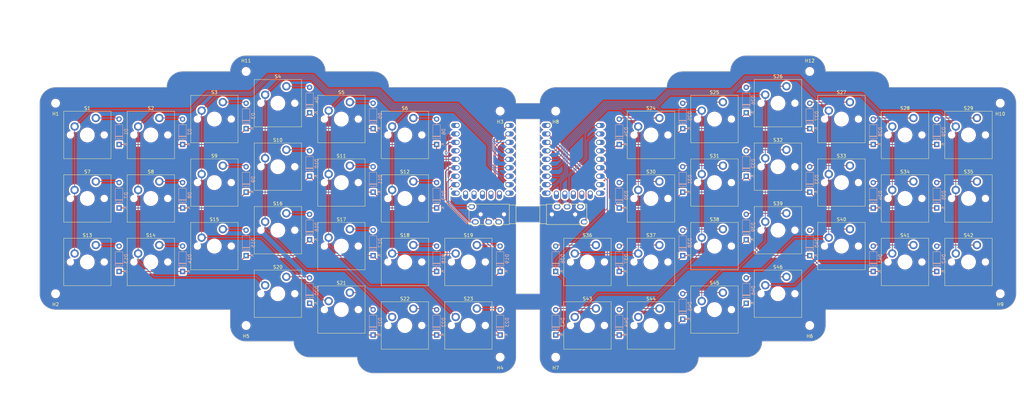
<source format=kicad_pcb>
(kicad_pcb (version 20221018) (generator pcbnew)
  (layers (0 "F.Cu" signal) (31 "B.Cu" signal) (34 "B.Paste" user) (35 "F.Paste" user) (36 "B.SilkS" user "B.Silkscreen") (37 "F.SilkS" user "F.Silkscreen") (38 "B.Mask" user) (39 "F.Mask" user) (44 "Edge.Cuts" user))
  (net 0 "")
  (net 1 "ROW0_Left")
  (net 2 "Net-(D1-A)")
  (net 3 "Net-(D2-A)")
  (net 4 "Net-(D3-A)")
  (net 5 "Net-(D4-A)")
  (net 6 "Net-(D5-A)")
  (net 7 "Net-(D6-A)")
  (net 8 "ROW1_Left")
  (net 9 "Net-(D7-A)")
  (net 10 "Net-(D8-A)")
  (net 11 "Net-(D9-A)")
  (net 12 "Net-(D10-A)")
  (net 13 "Net-(D11-A)")
  (net 14 "Net-(D12-A)")
  (net 15 "ROW2_Left")
  (net 16 "Net-(D13-A)")
  (net 17 "Net-(D14-A)")
  (net 18 "Net-(D15-A)")
  (net 19 "Net-(D16-A)")
  (net 20 "Net-(D17-A)")
  (net 21 "Net-(D18-A)")
  (net 22 "ROW3_Left")
  (net 23 "Net-(D19-A)")
  (net 24 "Net-(D20-A)")
  (net 25 "Net-(D21-A)")
  (net 26 "Net-(D22-A)")
  (net 27 "Net-(D23-A)")
  (net 28 "ROW0_Right")
  (net 29 "Net-(D24-A)")
  (net 30 "Net-(D25-A)")
  (net 31 "Net-(D26-A)")
  (net 32 "Net-(D27-A)")
  (net 33 "Net-(D28-A)")
  (net 34 "Net-(D29-A)")
  (net 35 "ROW1_Right")
  (net 36 "Net-(D30-A)")
  (net 37 "Net-(D31-A)")
  (net 38 "Net-(D32-A)")
  (net 39 "Net-(D33-A)")
  (net 40 "Net-(D34-A)")
  (net 41 "Net-(D35-A)")
  (net 42 "ROW3_Right")
  (net 43 "Net-(D36-A)")
  (net 44 "ROW2_Right")
  (net 45 "Net-(D37-A)")
  (net 46 "Net-(D38-A)")
  (net 47 "Net-(D39-A)")
  (net 48 "Net-(D40-A)")
  (net 49 "Net-(D41-A)")
  (net 50 "Net-(D42-A)")
  (net 51 "Net-(D43-A)")
  (net 52 "Net-(D44-A)")
  (net 53 "Net-(D45-A)")
  (net 54 "Net-(D46-A)")
  (net 55 "COL0_Left")
  (net 56 "COL1_Left")
  (net 57 "COL2_Left")
  (net 58 "COL3_Left")
  (net 59 "COL4_Left")
  (net 60 "COL5_Left")
  (net 61 "COL0_Right")
  (net 62 "COL1_Right")
  (net 63 "COL2_Right")
  (net 64 "COL3_Right")
  (net 65 "COL4_Right")
  (net 66 "COL5_Right")
  (net 67 "TX_Left")
  (net 68 "RX_Left")
  (net 77 "3V3_Left")
  (net 78 "GND_Left")
  (net 80 "TX_Right")
  (net 81 "RX_Right")
  (net 90 "3V3_Right")
  (net 91 "GND_Right")
  (footprint "ScottoKeebs_MX:MX_PCB_1.00u" (layer "F.Cu") (at 38.1 76.2)
    (fp_text reference "S14")
    (fp_text value "Keyswitch")
  )
  (footprint "MountingHole:MountingHole_2.2mm_M2" (layer "F.Cu") (at 292.89375 28.575 180)
    (fp_text reference "H10")
    (fp_text value "Mounting_Hole")
  )
  (footprint "MountingHole:MountingHole_2.2mm_M2" (layer "F.Cu") (at 292.89375 85.725 180)
    (fp_text reference "H9")
    (fp_text value "Mounting_Hole")
  )
  (footprint "ScottoKeebs_MX:MX_PCB_1.00u" (layer "F.Cu") (at 226.21875 47.625)
    (fp_text reference "S32")
    (fp_text value "Keyswitch")
  )
  (footprint "MountingHole:MountingHole_2.2mm_M2" (layer "F.Cu") (at 9.525 28.575 180)
    (fp_text reference "H1")
    (fp_text value "Mounting_Hole")
  )
  (footprint "ScottoKeebs_MX:MX_PCB_1.00u" (layer "F.Cu") (at 188.11875 76.2)
    (fp_text reference "S37")
    (fp_text value "Keyswitch")
  )
  (footprint "ScottoKeebs_MX:MX_PCB_1.00u" (layer "F.Cu") (at 38.1 38.1)
    (fp_text reference "S2")
    (fp_text value "Keyswitch")
  )
  (footprint "ScottoKeebs_MX:MX_PCB_1.00u" (layer "F.Cu") (at 264.31875 76.2)
    (fp_text reference "S41")
    (fp_text value "Keyswitch")
  )
  (footprint "ScottoKeebs_MX:MX_PCB_1.00u" (layer "F.Cu") (at 226.21875 28.575)
    (fp_text reference "S26")
    (fp_text value "Keyswitch")
  )
  (footprint "ScottoKeebs_MX:MX_PCB_1.00u" (layer "F.Cu") (at 207.16875 52.3875)
    (fp_text reference "S31")
    (fp_text value "Keyswitch")
  )
  (footprint "ScottoKeebs_MX:MX_PCB_1.00u" (layer "F.Cu") (at 114.3 38.1)
    (fp_text reference "S6")
    (fp_text value "Keyswitch")
  )
  (footprint "ScottoKeebs_MX:MX_PCB_1.00u" (layer "F.Cu") (at 76.2 47.625)
    (fp_text reference "S10")
    (fp_text value "Keyswitch")
  )
  (footprint "ScottoKeebs_MX:MX_PCB_1.00u" (layer "F.Cu") (at 57.15 71.4375)
    (fp_text reference "S15")
    (fp_text value "Keyswitch")
  )
  (footprint "ScottoKeebs_MX:MX_PCB_1.00u" (layer "F.Cu") (at 188.11875 57.15)
    (fp_text reference "S30")
    (fp_text value "Keyswitch")
  )
  (footprint "ScottoKeebs_MX:MX_PCB_1.00u" (layer "F.Cu") (at 19.05 38.1)
    (fp_text reference "S1")
    (fp_text value "Keyswitch")
  )
  (footprint "ScottoKeebs_MX:MX_PCB_1.00u" (layer "F.Cu") (at 283.36875 57.15)
    (fp_text reference "S35")
    (fp_text value "Keyswitch")
  )
  (footprint "ScottoKeebs_MX:MX_PCB_1.00u" (layer "F.Cu") (at 207.16875 90.4875)
    (fp_text reference "S45")
    (fp_text value "Keyswitch")
  )
  (footprint "MountingHole:MountingHole_2.2mm_M2" (layer "F.Cu") (at 66.675 19.05)
    (fp_text reference "H11")
    (fp_text value "Mounting_Hole")
  )
  (footprint "ScottoKeebs_Components:TRRS_PJ-320A" (layer "F.Cu") (at 145.6375 61.9125 -90)
    (fp_text reference "U3")
    (fp_text value "TRRS")
  )
  (footprint "ScottoKeebs_MX:MX_PCB_1.00u" (layer "F.Cu") (at 226.21875 85.725)
    (fp_text reference "S46")
    (fp_text value "Keyswitch")
  )
  (footprint "MountingHole:MountingHole_2.2mm_M2" (layer "F.Cu") (at 9.525 85.725 180)
    (fp_text reference "H2")
    (fp_text value "Mounting_Hole")
  )
  (footprint "ScottoKeebs_Components:TRRS_PJ-320A" (layer "F.Cu") (at 156.78125 61.9125 90)
    (fp_text reference "U4")
    (fp_text value "TRRS")
  )
  (footprint "ScottoKeebs_MX:MX_PCB_1.00u" (layer "F.Cu") (at 76.2 85.725)
    (fp_text reference "S20")
    (fp_text value "Keyswitch")
  )
  (footprint "ScottoKeebs_MX:MX_PCB_1.00u" (layer "F.Cu") (at 207.16875 33.3375)
    (fp_text reference "S25")
    (fp_text value "Keyswitch")
  )
  (footprint "ScottoKeebs_MX:MX_PCB_1.00u" (layer "F.Cu") (at 264.31875 57.15)
    (fp_text reference "S34")
    (fp_text value "Keyswitch")
  )
  (footprint "ScottoKeebs_MX:MX_PCB_1.00u" (layer "F.Cu") (at 226.21875 66.675)
    (fp_text reference "S39")
    (fp_text value "Keyswitch")
  )
  (footprint "MountingHole:MountingHole_2.2mm_M2" (layer "F.Cu") (at 159.54375 30.95625 180)
    (fp_text reference "H8")
    (fp_text value "Mounting_Hole")
  )
  (footprint "MountingHole:MountingHole_2.2mm_M2" (layer "F.Cu") (at 235.74375 19.05)
    (fp_text reference "H12")
    (fp_text value "Mounting_Hole")
  )
  (footprint "ScottoKeebs_MX:MX_PCB_1.00u" (layer "F.Cu") (at 114.3 95.25)
    (fp_text reference "S22")
    (fp_text value "Keyswitch")
  )
  (footprint "ScottoKeebs_MX:MX_PCB_1.00u" (layer "F.Cu") (at 169.06875 76.2)
    (fp_text reference "S36")
    (fp_text value "Keyswitch")
  )
  (footprint "MountingHole:MountingHole_2.2mm_M2" (layer "F.Cu") (at 142.875 30.95625 180)
    (fp_text reference "H3")
    (fp_text value "Mounting_Hole")
  )
  (footprint "ScottoKeebs_MX:MX_PCB_1.00u" (layer "F.Cu") (at 188.11875 95.25)
    (fp_text reference "S44")
    (fp_text value "Keyswitch")
  )
  (footprint "ScottoKeebs_MX:MX_PCB_1.00u" (layer "F.Cu") (at 114.3 76.2)
    (fp_text reference "S18")
    (fp_text value "Keyswitch")
  )
  (footprint "ScottoKeebs_MX:MX_PCB_1.00u" (layer "F.Cu") (at 283.36875 38.1)
    (fp_text reference "S29")
    (fp_text value "Keyswitch")
  )
  (footprint "MountingHole:MountingHole_2.2mm_M2" (layer "F.Cu") (at 142.875 104.775 180)
    (fp_text reference "H4")
    (fp_text value "Mounting_Hole")
  )
  (footprint "MountingHole:MountingHole_2.2mm_M2" (layer "F.Cu") (at 235.74375 95.25 180)
    (fp_text reference "H6")
    (fp_text value "Mounting_Hole")
  )
  (footprint "ScottoKeebs_MX:MX_PCB_1.00u" (layer "F.Cu") (at 245.26875 71.4375)
    (fp_text reference "S40")
    (fp_text value "Keyswitch")
  )
  (footprint "ScottoKeebs_MX:MX_PCB_1.00u" (layer "F.Cu") (at 188.11875 38.1)
    (fp_text reference "S24")
    (fp_text value "Keyswitch")
  )
  (footprint "ScottoKeebs_MX:MX_PCB_1.00u" (layer "F.Cu") (at 245.26875 52.3875)
    (fp_text reference "S33")
    (fp_text value "Keyswitch")
  )
  (footprint "ScottoKeebs_MCU:RP2040_Zero" (layer "F.Cu") (at 137.5875 45.4)
    (fp_text reference "U1" hide)
    (fp_text value "RP2040_Zero" hide)
  )
  (footprint "MountingHole:MountingHole_2.2mm_M2" (layer "F.Cu") (at 66.675 95.25 180)
    (fp_text reference "H5")
    (fp_text value "Mounting_Hole")
  )
  (footprint "ScottoKeebs_MX:MX_PCB_1.00u" (layer "F.Cu") (at 264.31875 38.1)
    (fp_text reference "S28")
    (fp_text value "Keyswitch")
  )
  (footprint "ScottoKeebs_MX:MX_PCB_1.00u" (layer "F.Cu") (at 19.05 57.15)
    (fp_text reference "S7")
    (fp_text value "Keyswitch")
  )
  (footprint "ScottoKeebs_MX:MX_PCB_1.00u" (layer "F.Cu") (at 95.25 71.4375)
    (fp_text reference "S17")
    (fp_text value "Keyswitch")
  )
  (footprint "ScottoKeebs_MX:MX_PCB_1.00u" (layer "F.Cu") (at 207.16875 71.4375)
    (fp_text reference "S38")
    (fp_text value "Keyswitch")
  )
  (footprint "ScottoKeebs_MX:MX_PCB_1.00u" (layer "F.Cu") (at 57.15 52.3875)
    (fp_text reference "S9")
    (fp_text value "Keyswitch")
  )
  (footprint "ScottoKeebs_MX:MX_PCB_1.00u" (layer "F.Cu") (at 283.36875 76.2)
    (fp_text reference "S42")
    (fp_text value "Keyswitch")
  )
  (footprint "ScottoKeebs_MX:MX_PCB_1.00u" (layer "F.Cu") (at 57.15 33.3375)
    (fp_text reference "S3")
    (fp_text value "Keyswitch")
  )
  (footprint "ScottoKeebs_MX:MX_PCB_1.00u" (layer "F.Cu") (at 38.1 57.15)
    (fp_text reference "S8")
    (fp_text value "Keyswitch")
  )
  (footprint "ScottoKeebs_MX:MX_PCB_1.00u" (layer "F.Cu") (at 76.2 66.675)
    (fp_text reference "S16")
    (fp_text value "Keyswitch")
  )
  (footprint "MountingHole:MountingHole_2.2mm_M2" (layer "F.Cu") (at 159.54375 104.775 180)
    (fp_text reference "H7")
    (fp_text value "Mounting_Hole")
  )
  (footprint "ScottoKeebs_MX:MX_PCB_1.00u" (layer "F.Cu") (at 76.2 28.575)
    (fp_text reference "S4")
    (fp_text value "Keyswitch")
  )
  (footprint "ScottoKeebs_MCU:RP2040_Zero" (layer "F.Cu") (at 164.83125 45.4)
    (fp_text reference "U2" hide)
    (fp_text value "RP2040_Zero" hide)
  )
  (footprint "ScottoKeebs_MX:MX_PCB_1.00u" (layer "F.Cu") (at 114.3 57.15)
    (fp_text reference "S12")
    (fp_text value "Keyswitch")
  )
  (footprint "ScottoKeebs_MX:MX_PCB_1.00u" (layer "F.Cu") (at 169.06875 95.25)
    (fp_text reference "S43")
    (fp_text value "Keyswitch")
  )
  (footprint "ScottoKeebs_MX:MX_PCB_1.00u" (layer "F.Cu") (at 95.25 52.3875)
    (fp_text reference "S11")
    (fp_text value "Keyswitch")
  )
  (footprint "ScottoKeebs_MX:MX_PCB_1.00u" (layer "F.Cu") (at 95.25 90.4875)
    (fp_text reference "S21")
    (fp_text value "Keyswitch")
  )
  (footprint "ScottoKeebs_MX:MX_PCB_1.00u" (layer "F.Cu") (at 95.25 33.3375)
    (fp_text reference "S5")
    (fp_text value "Keyswitch")
  )
  (footprint "ScottoKeebs_MX:MX_PCB_1.00u" (layer "F.Cu") (at 245.26875 33.3375)
    (fp_text reference "S27")
    (fp_text value "Keyswitch")
  )
  (footprint "ScottoKeebs_MX:MX_PCB_1.00u" (layer "F.Cu") (at 19.05 76.2)
    (fp_text reference "S13")
    (fp_text value "Keyswitch")
  )
  (footprint "ScottoKeebs_MX:MX_PCB_1.00u" (layer "F.Cu") (at 133.35 95.25)
    (fp_text reference "S23")
    (fp_text value "Keyswitch")
  )
  (footprint "ScottoKeebs_MX:MX_PCB_1.00u" (layer "F.Cu") (at 133.35 76.2)
    (fp_text reference "S19")
    (fp_text value "Keyswitch")
  )
  (footprint "ScottoKeebs_Components:Diode_DO-35" (layer "B.Cu") (at 178.59375 98.1075 90)
    (fp_text reference "D44")
    (fp_text value "Diode")
  )
  (footprint "ScottoKeebs_Components:Diode_DO-35" (layer "B.Cu") (at 142.875 98.1075 90)
    (fp_text reference "D23")
    (fp_text value "Diode")
  )
  (footprint "ScottoKeebs_Components:Diode_DO-35" (layer "B.Cu") (at 273.84375 40.9575 90)
    (fp_text reference "D29")
    (fp_text value "Diode")
  )
  (footprint "ScottoKeebs_Components:Diode_DO-35" (layer "B.Cu") (at 159.54375 98.1075 90)
    (fp_text reference "D43")
    (fp_text value "Diode")
  )
  (footprint "ScottoKeebs_Components:Diode_DO-35" (layer "B.Cu") (at 178.59375 79.0575 90)
    (fp_text reference "D37")
    (fp_text value "Diode")
  )
  (footprint "ScottoKeebs_Components:Diode_DO-35" (layer "B.Cu") (at 85.725 69.5325 90)
    (fp_text reference "D16")
    (fp_text value "Diode")
  )
  (footprint "ScottoKeebs_Components:Diode_DO-35" (layer "B.Cu") (at 235.74375 74.295 90)
    (fp_text reference "D40")
    (fp_text value "Diode")
  )
  (footprint "ScottoKeebs_Components:Diode_DO-35" (layer "B.Cu") (at 85.725 31.4325 90)
    (fp_text reference "D4")
    (fp_text value "Diode")
  )
  (footprint "ScottoKeebs_Components:Diode_DO-35" (layer "B.Cu") (at 216.69375 50.4825 90)
    (fp_text reference "D32")
    (fp_text value "Diode")
  )
  (footprint "ScottoKeebs_Components:Diode_DO-35" (layer "B.Cu") (at 273.84375 60.0075 90)
    (fp_text reference "D35")
    (fp_text value "Diode")
  )
  (footprint "ScottoKeebs_Components:Diode_DO-35" (layer "B.Cu") (at 28.575 79.0575 90)
    (fp_text reference "D13")
    (fp_text value "Diode")
  )
  (footprint "ScottoKeebs_Components:Diode_DO-35" (layer "B.Cu") (at 197.64375 36.195 90)
    (fp_text reference "D25")
    (fp_text value "Diode")
  )
  (footprint "ScottoKeebs_Components:Diode_DO-35" (layer "B.Cu") (at 254.79375 79.0575 90)
    (fp_text reference "D41")
    (fp_text value "Diode")
  )
  (footprint "ScottoKeebs_Components:Diode_DO-35" (layer "B.Cu") (at 123.825 98.1075 90)
    (fp_text reference "D22")
    (fp_text value "Diode")
  )
  (footprint "ScottoKeebs_Components:Diode_DO-35" (layer "B.Cu") (at 216.69375 69.5325 90)
    (fp_text reference "D39")
    (fp_text value "Diode")
  )
  (footprint "ScottoKeebs_Components:Diode_DO-35" (layer "B.Cu") (at 235.74375 55.245 90)
    (fp_text reference "D33")
    (fp_text value "Diode")
  )
  (footprint "ScottoKeebs_Components:Diode_DO-35" (layer "B.Cu") (at 28.575 40.9575 90)
    (fp_text reference "D1")
    (fp_text value "Diode")
  )
  (footprint "ScottoKeebs_Components:Diode_DO-35" (layer "B.Cu") (at 85.725 88.5825 90)
    (fp_text reference "D20")
    (fp_text value "Diode")
  )
  (footprint "ScottoKeebs_Components:Diode_DO-35" (layer "B.Cu") (at 254.79375 60.0075 90)
    (fp_text reference "D34")
    (fp_text value "Diode")
  )
  (footprint "ScottoKeebs_Components:Diode_DO-35" (layer "B.Cu") (at 197.64375 55.245 90)
    (fp_text reference "D31")
    (fp_text value "Diode")
  )
  (footprint "ScottoKeebs_Components:Diode_DO-35" (layer "B.Cu") (at 66.675 55.245 90)
    (fp_text reference "D9")
    (fp_text value "Diode")
  )
  (footprint "ScottoKeebs_Components:Diode_DO-35" (layer "B.Cu") (at 178.59375 60.0075 90)
    (fp_text reference "D30")
    (fp_text value "Diode")
  )
  (footprint "ScottoKeebs_Components:Diode_DO-35" (layer "B.Cu") (at 66.675 74.295 90)
    (fp_text reference "D15")
    (fp_text value "Diode")
  )
  (footprint "ScottoKeebs_Components:Diode_DO-35" (layer "B.Cu") (at 142.875 79.0575 90)
    (fp_text reference "D19")
    (fp_text value "Diode")
  )
  (footprint "ScottoKeebs_Components:Diode_DO-35" (layer "B.Cu") (at 235.74375 36.195 90)
    (fp_text reference "D27")
    (fp_text value "Diode")
  )
  (footprint "ScottoKeebs_Components:Diode_DO-35" (layer "B.Cu") (at 47.625 79.0575 90)
    (fp_text reference "D14")
    (fp_text value "Diode")
  )
  (footprint "ScottoKeebs_Components:Diode_DO-35" (layer "B.Cu") (at 66.675 36.195 90)
    (fp_text reference "D3")
    (fp_text value "Diode")
  )
  (footprint "ScottoKeebs_Components:Diode_DO-35" (layer "B.Cu") (at 123.825 40.9575 90)
    (fp_text reference "D6")
    (fp_text value "Diode")
  )
  (footprint "ScottoKeebs_Components:Diode_DO-35" (layer "B.Cu") (at 273.84375 79.0575 90)
    (fp_text reference "D42")
    (fp_text value "Diode")
  )
  (footprint "ScottoKeebs_Components:Diode_DO-35" (layer "B.Cu") (at 159.54375 79.0575 90)
    (fp_text reference "D36")
    (fp_text value "Diode")
  )
  (footprint "ScottoKeebs_Components:Diode_DO-35" (layer "B.Cu") (at 47.625 60.0075 90)
    (fp_text reference "D8")
    (fp_text value "Diode")
  )
  (footprint "ScottoKeebs_Components:Diode_DO-35" (layer "B.Cu") (at 197.64375 93.345 90)
    (fp_text reference "D45")
    (fp_text value "Diode")
  )
  (footprint "ScottoKeebs_Components:Diode_DO-35" (layer "B.Cu") (at 47.625 40.9575 90)
    (fp_text reference "D2")
    (fp_text value "Diode")
  )
  (footprint "ScottoKeebs_Components:Diode_DO-35" (layer "B.Cu") (at 104.775 36.195 90)
    (fp_text reference "D5")
    (fp_text value "Diode")
  )
  (footprint "ScottoKeebs_Components:Diode_DO-35" (layer "B.Cu") (at 216.69375 31.4325 90)
    (fp_text reference "D26")
    (fp_text value "Diode")
  )
  (footprint "ScottoKeebs_Components:Diode_DO-35" (layer "B.Cu") (at 254.79375 40.9575 90)
    (fp_text reference "D28")
    (fp_text value "Diode")
  )
  (footprint "ScottoKeebs_Components:Diode_DO-35" (layer "B.Cu") (at 28.575 60.0075 90)
    (fp_text reference "D7")
    (fp_text value "Diode")
  )
  (footprint "ScottoKeebs_Components:Diode_DO-35" (layer "B.Cu") (at 104.775 55.245 90)
    (fp_text reference "D11")
    (fp_text value "Diode")
  )
  (footprint "ScottoKeebs_Components:Diode_DO-35" (layer "B.Cu") (at 123.825 60.0075 90)
    (fp_text reference "D12")
    (fp_text value "Diode")
  )
  (footprint "ScottoKeebs_Components:Diode_DO-35" (layer "B.Cu") (at 104.775 98.1075 90)
    (fp_text reference "D21")
    (fp_text value "Diode")
  )
  (footprint "ScottoKeebs_Components:Diode_DO-35" (layer "B.Cu") (at 216.69375 88.5825 90)
    (fp_text reference "D46")
    (fp_text value "Diode")
  )
  (footprint "ScottoKeebs_Components:Diode_DO-35" (layer "B.Cu") (at 85.725 50.4825 90)
    (fp_text reference "D10")
    (fp_text value "Diode")
  )
  (footprint "ScottoKeebs_Components:Diode_DO-35" (layer "B.Cu") (at 123.825 79.0575 90)
    (fp_text reference "D18")
    (fp_text value "Diode")
  )
  (footprint "ScottoKeebs_Components:Diode_DO-35" (layer "B.Cu") (at 178.59375 40.9575 90)
    (fp_text reference "D24")
    (fp_text value "Diode")
  )
  (footprint "ScottoKeebs_Components:Diode_DO-35" (layer "B.Cu") (at 104.775 74.295 90)
    (fp_text reference "D17")
    (fp_text value "Diode")
  )
  (footprint "ScottoKeebs_Components:Diode_DO-35" (layer "B.Cu") (at 197.64375 74.295 90)
    (fp_text reference "D38")
    (fp_text value "Diode")
  )
  (gr_arc (start 104.775 109.5375) (mid 101.407404 108.142596) (end 100.0125 104.775) (stroke (width 0.1)) (layer "Edge.Cuts"))
  (gr_arc (start 154.78125 28.575) (mid 156.176154 25.207404) (end 159.54375 23.8125) (stroke (width 0.1)) (layer "Edge.Cuts"))
  (gr_line (start 147.6375 59.53125) (end 154.78125 59.53125) (stroke (width 0.1)) (layer "Edge.Cuts"))
  (gr_line (start 61.9125 90.4875) (end 61.9125 95.25) (stroke (width 0.1)) (layer "Edge.Cuts"))
  (gr_arc (start 159.54375 109.5375) (mid 156.176154 108.142596) (end 154.78125 104.775) (stroke (width 0.1)) (layer "Edge.Cuts"))
  (gr_line (start 109.5375 23.8125) (end 142.875 23.8125) (stroke (width 0.1)) (layer "Edge.Cuts"))
  (gr_arc (start 202.40625 104.775) (mid 201.011346 108.142596) (end 197.64375 109.5375) (stroke (width 0.1)) (layer "Edge.Cuts"))
  (gr_line (start 154.78125 33.3375) (end 154.78125 59.53125) (stroke (width 0.1)) (layer "Edge.Cuts"))
  (gr_arc (start 297.65625 85.725) (mid 296.261346 89.092596) (end 292.89375 90.4875) (stroke (width 0.1)) (layer "Edge.Cuts"))
  (gr_line (start 147.6375 64.29375) (end 154.78125 64.29375) (stroke (width 0.1)) (layer "Edge.Cuts"))
  (gr_line (start 4.7625 28.575) (end 4.7625 85.725) (stroke (width 0.1)) (layer "Edge.Cuts"))
  (gr_line (start 80.9625 100.0125) (end 66.675 100.0125) (stroke (width 0.1)) (layer "Edge.Cuts"))
  (gr_line (start 147.6375 64.29375) (end 147.6375 85.725) (stroke (width 0.1)) (layer "Edge.Cuts"))
  (gr_line (start 292.89375 90.4875) (end 240.50625 90.4875) (stroke (width 0.1)) (layer "Edge.Cuts"))
  (gr_line (start 66.675 14.2875) (end 85.725 14.2875) (stroke (width 0.1)) (layer "Edge.Cuts"))
  (gr_line (start 216.69375 14.2875) (end 235.74375 14.2875) (stroke (width 0.1)) (layer "Edge.Cuts"))
  (gr_line (start 147.6375 90.4875) (end 154.78125 90.4875) (stroke (width 0.1)) (layer "Edge.Cuts"))
  (gr_arc (start 4.7625 28.575) (mid 6.157404 25.207404) (end 9.525 23.8125) (stroke (width 0.1)) (layer "Edge.Cuts"))
  (gr_arc (start 104.775 19.05) (mid 108.142596 20.444904) (end 109.5375 23.8125) (stroke (width 0.1)) (layer "Edge.Cuts"))
  (gr_line (start 202.40625 104.775) (end 216.69375 104.775) (stroke (width 0.1)) (layer "Edge.Cuts"))
  (gr_arc (start 142.875 23.8125) (mid 146.242596 25.207404) (end 147.6375 28.575) (stroke (width 0.1)) (layer "Edge.Cuts"))
  (gr_line (start 221.45625 100.0125) (end 235.74375 100.0125) (stroke (width 0.1)) (layer "Edge.Cuts"))
  (gr_line (start 9.525 23.8125) (end 42.8625 23.8125) (stroke (width 0.1)) (layer "Edge.Cuts"))
  (gr_arc (start 240.50625 95.25) (mid 239.111346 98.617596) (end 235.74375 100.0125) (stroke (width 0.1)) (layer "Edge.Cuts"))
  (gr_arc (start 192.88125 23.8125) (mid 194.276154 20.444904) (end 197.64375 19.05) (stroke (width 0.1)) (layer "Edge.Cuts"))
  (gr_arc (start 66.675 100.0125) (mid 63.307404 98.617596) (end 61.9125 95.25) (stroke (width 0.1)) (layer "Edge.Cuts"))
  (gr_arc (start 211.93125 19.05) (mid 213.326154 15.682404) (end 216.69375 14.2875) (stroke (width 0.1)) (layer "Edge.Cuts"))
  (gr_arc (start 147.6375 104.775) (mid 146.242596 108.142596) (end 142.875 109.5375) (stroke (width 0.1)) (layer "Edge.Cuts"))
  (gr_line (start 47.625 19.05) (end 61.9125 19.05) (stroke (width 0.1)) (layer "Edge.Cuts"))
  (gr_line (start 90.4875 19.05) (end 104.775 19.05) (stroke (width 0.1)) (layer "Edge.Cuts"))
  (gr_line (start 100.0125 104.775) (end 85.725 104.775) (stroke (width 0.1)) (layer "Edge.Cuts"))
  (gr_line (start 297.65625 85.725) (end 297.65625 28.575) (stroke (width 0.1)) (layer "Edge.Cuts"))
  (gr_line (start 159.54375 23.8125) (end 192.88125 23.8125) (stroke (width 0.1)) (layer "Edge.Cuts"))
  (gr_line (start 154.78125 64.29375) (end 154.78125 85.725) (stroke (width 0.1)) (layer "Edge.Cuts"))
  (gr_arc (start 85.725 14.2875) (mid 89.092596 15.682404) (end 90.4875 19.05) (stroke (width 0.1)) (layer "Edge.Cuts"))
  (gr_line (start 147.6375 33.3375) (end 147.6375 59.53125) (stroke (width 0.1)) (layer "Edge.Cuts"))
  (gr_arc (start 221.45625 100.0125) (mid 220.061346 103.380096) (end 216.69375 104.775) (stroke (width 0.1)) (layer "Edge.Cuts"))
  (gr_line (start 292.89375 23.8125) (end 259.55625 23.8125) (stroke (width 0.1)) (layer "Edge.Cuts"))
  (gr_arc (start 254.79375 19.05) (mid 258.161346 20.444904) (end 259.55625 23.8125) (stroke (width 0.1)) (layer "Edge.Cuts"))
  (gr_line (start 147.6375 28.575) (end 154.78125 28.575) (stroke (width 0.1)) (layer "Edge.Cuts"))
  (gr_line (start 147.6375 33.3375) (end 154.78125 33.3375) (stroke (width 0.1)) (layer "Edge.Cuts"))
  (gr_line (start 142.875 109.5375) (end 104.775 109.5375) (stroke (width 0.1)) (layer "Edge.Cuts"))
  (gr_line (start 9.525 90.4875) (end 61.9125 90.4875) (stroke (width 0.1)) (layer "Edge.Cuts"))
  (gr_line (start 197.64375 19.05) (end 211.93125 19.05) (stroke (width 0.1)) (layer "Edge.Cuts"))
  (gr_line (start 159.54375 109.5375) (end 197.64375 109.5375) (stroke (width 0.1)) (layer "Edge.Cuts"))
  (gr_arc (start 61.9125 19.05) (mid 63.307404 15.682404) (end 66.675 14.2875) (stroke (width 0.1)) (layer "Edge.Cuts"))
  (gr_arc (start 235.74375 14.2875) (mid 239.111346 15.682404) (end 240.50625 19.05) (stroke (width 0.1)) (layer "Edge.Cuts"))
  (gr_arc (start 85.725 104.775) (mid 82.357404 103.380096) (end 80.9625 100.0125) (stroke (width 0.1)) (layer "Edge.Cuts"))
  (gr_arc (start 9.525 90.4875) (mid 6.157404 89.092596) (end 4.7625 85.725) (stroke (width 0.1)) (layer "Edge.Cuts"))
  (gr_line (start 240.50625 90.4875) (end 240.50625 95.25) (stroke (width 0.1)) (layer "Edge.Cuts"))
  (gr_arc (start 292.89375 23.8125) (mid 296.261346 25.207404) (end 297.65625 28.575) (stroke (width 0.1)) (layer "Edge.Cuts"))
  (gr_arc (start 42.8625 23.8125) (mid 44.257404 20.444904) (end 47.625 19.05) (stroke (width 0.1)) (layer "Edge.Cuts"))
  (gr_line (start 147.6375 85.725) (end 154.78125 85.725) (stroke (width 0.1)) (layer "Edge.Cuts"))
  (gr_line (start 154.78125 90.4875) (end 154.78125 104.775) (stroke (width 0.1)) (layer "Edge.Cuts"))
  (gr_line (start 147.6375 90.4875) (end 147.6375 104.775) (stroke (width 0.1)) (layer "Edge.Cuts"))
  (gr_line (start 240.50625 19.05) (end 254.79375 19.05) (stroke (width 0.1)) (layer "Edge.Cuts"))
  (segment (start 123.825 40.9575) (end 123.825 44.053042) (width 0.25) (layer "F.Cu") (net 1))
  (segment (start 61.9125 40.9575) (end 66.675 36.195) (width 0.25) (layer "F.Cu") (net 1))
  (segment (start 80.9625 36.195) (end 85.725 31.4325) (width 0.25) (layer "F.Cu") (net 1))
  (segment (start 123.825 44.053042) (end 125.171958 45.4) (width 0.25) (layer "F.Cu") (net 1))
  (segment (start 47.625 40.9575) (end 61.9125 40.9575) (width 0.25) (layer "F.Cu") (net 1))
  (segment (start 104.775 36.195) (end 109.5375 40.9575) (width 0.25) (layer "F.Cu") (net 1))
  (segment (start 125.171958 45.4) (end 129.9675 45.4) (width 0.25) (layer "F.Cu") (net 1))
  (segment (start 66.675 36.195) (end 80.9625 36.195) (width 0.25) (layer "F.Cu") (net 1))
  (segment (start 28.575 40.9575) (end 47.625 40.9575) (width 0.25) (layer "F.Cu") (net 1))
  (segment (start 90.4875 36.195) (end 104.775 36.195) (width 0.25) (layer "F.Cu") (net 1))
  (segment (start 85.725 31.4325) (end 90.4875 36.195) (width 0.25) (layer "F.Cu") (net 1))
  (segment (start 109.5375 40.9575) (end 123.825 40.9575) (width 0.25) (layer "F.Cu") (net 1))
  (segment (start 21.59 33.02) (end 28.2575 33.02) (width 0.25) (layer "B.Cu") (net 2))
  (segment (start 28.2575 33.02) (end 28.575 33.3375) (width 0.25) (layer "B.Cu") (net 2))
  (segment (start 40.64 33.02) (end 47.3075 33.02) (width 0.25) (layer "B.Cu") (net 3))
  (segment (start 47.3075 33.02) (end 47.625 33.3375) (width 0.25) (layer "B.Cu") (net 3))
  (segment (start 66.3575 28.2575) (end 66.675 28.575) (width 0.25) (layer "B.Cu") (net 4))
  (segment (start 59.69 28.2575) (end 66.3575 28.2575) (width 0.25) (layer "B.Cu") (net 4))
  (segment (start 78.74 23.495) (end 85.4075 23.495) (width 0.25) (layer "B.Cu") (net 5))
  (segment (start 85.4075 23.495) (end 85.725 23.8125) (width 0.25) (layer "B.Cu") (net 5))
  (segment (start 97.79 28.2575) (end 104.4575 28.2575) (width 0.25) (layer "B.Cu") (net 6))
  (segment (start 104.4575 28.2575) (end 104.775 28.575) (width 0.25) (layer "B.Cu") (net 6))
  (segment (start 116.84 33.02) (end 123.5075 33.02) (width 0.25) (layer "B.Cu") (net 7))
  (segment (start 123.5075 33.02) (end 123.825 33.3375) (width 0.25) (layer "B.Cu") (net 7))
  (segment (start 104.775 55.245) (end 109.5375 60.0075) (width 0.25) (layer "F.Cu") (net 8))
  (segment (start 90.4875 55.245) (end 104.775 55.245) (width 0.25) (layer "F.Cu") (net 8))
  (segment (start 66.675 55.245) (end 80.9625 55.245) (width 0.25) (layer "F.Cu") (net 8))
  (segment (start 61.9125 60.0075) (end 66.675 55.245) (width 0.25) (layer "F.Cu") (net 8))
  (segment (start 47.625 60.0075) (end 61.9125 60.0075) (width 0.25) (layer "F.Cu") (net 8))
  (segment (start 85.725 50.4825) (end 90.4875 55.245) (width 0.25) (layer "F.Cu") (net 8))
  (segment (start 126.496974 57.335526) (end 126.496974 49.120329) (width 0.25) (layer "F.Cu") (net 8))
  (segment (start 80.9625 55.245) (end 85.725 50.4825) (width 0.25) (layer "F.Cu") (net 8))
  (segment (start 126.496974 49.120329) (end 127.677303 47.94) (width 0.25) (layer "F.Cu") (net 8))
  (segment (start 127.677303 47.94) (end 129.9675 47.94) (width 0.25) (layer "F.Cu") (net 8))
  (segment (start 123.825 60.0075) (end 126.496974 57.335526) (width 0.25) (layer "F.Cu") (net 8))
  (segment (start 109.5375 60.0075) (end 123.825 60.0075) (width 0.25) (layer "F.Cu") (net 8))
  (segment (start 28.575 60.0075) (end 47.625 60.0075) (width 0.25) (layer "F.Cu") (net 8))
  (segment (start 21.59 52.07) (end 28.2575 52.07) (width 0.25) (layer "B.Cu") (net 9))
  (segment (start 28.2575 52.07) (end 28.575 52.3875) (width 0.25) (layer "B.Cu") (net 9))
  (segment (start 40.64 52.07) (end 47.3075 52.07) (width 0.25) (layer "B.Cu") (net 10))
  (segment (start 47.3075 52.07) (end 47.625 52.3875) (width 0.25) (layer "B.Cu") (net 10))
  (segment (start 59.69 47.3075) (end 66.3575 47.3075) (width 0.25) (layer "B.Cu") (net 11))
  (segment (start 66.3575 47.3075) (end 66.675 47.625) (width 0.25) (layer "B.Cu") (net 11))
  (segment (start 78.74 42.545) (end 85.4075 42.545) (width 0.25) (layer "B.Cu") (net 12))
  (segment (start 85.4075 42.545) (end 85.725 42.8625) (width 0.25) (layer "B.Cu") (net 12))
  (segment (start 104.4575 47.3075) (end 104.775 47.625) (width 0.25) (layer "B.Cu") (net 13))
  (segment (start 97.79 47.3075) (end 104.4575 47.3075) (width 0.25) (layer "B.Cu") (net 13))
  (segment (start 116.84 52.07) (end 123.5075 52.07) (width 0.25) (layer "B.Cu") (net 14))
  (segment (start 123.5075 52.07) (end 123.825 52.3875) (width 0.25) (layer "B.Cu") (net 14))
  (segment (start 66.675 74.295) (end 80.9625 74.295) (width 0.25) (layer "F.Cu") (net 15))
  (segment (start 109.5375 79.0575) (end 123.825 79.0575) (width 0.25) (layer "F.Cu") (net 15))
  (segment (start 90.4875 74.295) (end 104.775 74.295) (width 0.25) (layer "F.Cu") (net 15))
  (segment (start 126.946974 52.242207) (end 128.709181 50.48) (width 0.25) (layer "F.Cu") (net 15))
  (segment (start 28.575 79.0575) (end 61.9125 79.0575) (width 0.25) (layer "F.Cu") (net 15))
  (segment (start 61.9125 79.0575) (end 66.675 74.295) (width 0.25) (layer "F.Cu") (net 15))
  (segment (start 104.775 74.295) (end 109.5375 79.0575) (width 0.25) (layer "F.Cu") (net 15))
  (segment (start 128.709181 50.48) (end 129.9675 50.48) (width 0.25) (layer "F.Cu") (net 15))
  (segment (start 123.825 79.0575) (end 123.825 77.15434) (width 0.25) (layer "F.Cu") (net 15))
  (segment (start 80.9625 74.295) (end 85.725 69.5325) (width 0.25) (layer "F.Cu") (net 15))
  (segment (start 85.725 69.5325) (end 90.4875 74.295) (width 0.25) (layer "F.Cu") (net 15))
  (segment (start 126.946974 74.032366) (end 126.946974 52.242207) (width 0.25) (layer "F.Cu") (net 15))
  (segment (start 123.825 77.15434) (end 126.946974 74.032366) (width 0.25) (layer "F.Cu") (net 15))
  (segment (start 21.59 71.12) (end 28.2575 71.12) (width 0.25) (layer "B.Cu") (net 16))
  (segment (start 28.2575 71.12) (end 28.575 71.4375) (width 0.25) (layer "B.Cu") (net 16))
  (segment (start 47.3075 71.12) (end 47.625 71.4375) (width 0.25) (layer "B.Cu") (net 17))
  (segment (start 40.64 71.12) (end 47.3075 71.12) (width 0.25) (layer "B.Cu") (net 17))
  (segment (start 66.3575 66.3575) (end 66.675 66.675) (width 0.25) (layer "B.Cu") (net 18))
  (segment (start 59.69 66.3575) (end 66.3575 66.3575) (width 0.25) (layer "B.Cu") (net 18))
  (segment (start 78.74 61.595) (end 85.4075 61.595) (width 0.25) (layer "B.Cu") (net 19))
  (segment (start 85.4075 61.595) (end 85.725 61.9125) (width 0.25) (layer "B.Cu") (net 19))
  (segment (start 104.4575 66.3575) (end 104.775 66.675) (width 0.25) (layer "B.Cu") (net 20))
  (segment (start 97.79 66.3575) (end 104.4575 66.3575) (width 0.25) (layer "B.Cu") (net 20))
  (segment (start 116.84 71.12) (end 123.5075 71.12) (width 0.25) (layer "B.Cu") (net 21))
  (segment (start 123.5075 71.12) (end 123.825 71.4375) (width 0.25) (layer "B.Cu") (net 21))
  (segment (start 95.25 98.1075) (end 85.725 88.5825) (width 0.25) (layer "F.Cu") (net 22))
  (segment (start 104.775 98.1075) (end 123.825 98.1075) (width 0.25) (layer "F.Cu") (net 22))
  (segment (start 140.49375 95.72625) (end 140.49375 81.43875) (width 0.25) (layer "F.Cu") (net 22))
  (segment (start 104.775 98.1075) (end 95.25 98.1075) (width 0.25) (layer "F.Cu") (net 22))
  (segment (start 127.396974 58.935963) (end 127.396974 54.173459) (width 0.25) (layer "F.Cu") (net 22))
  (segment (start 128.550433 53.02) (end 129.9675 53.02) (width 0.25) (layer "F.Cu") (net 22))
  (segment (start 127.396974 54.173459) (end 128.550433 53.02) (width 0.25) (layer "F.Cu") (net 22))
  (segment (start 142.875 98.1075) (end 140.49375 95.72625) (width 0.25) (layer "F.Cu") (net 22))
  (segment (start 142.875 79.0575) (end 142.875 74.413989) (width 0.25) (layer "F.Cu") (net 22))
  (segment (start 142.875 74.413989) (end 127.396974 58.935963) (width 0.25) (layer "F.Cu") (net 22))
  (segment (start 140.49375 81.43875) (end 142.875 79.0575) (width 0.25) (layer "F.Cu") (net 22))
  (segment (start 123.825 98.1075) (end 142.875 98.1075) (width 0.25) (layer "F.Cu") (net 22))
  (segment (start 142.5575 71.12) (end 142.875 71.4375) (width 0.25) (layer "B.Cu") (net 23))
  (segment (start 135.89 71.12) (end 142.5575 71.12) (width 0.25) (layer "B.Cu") (net 23))
  (segment (start 85.4075 80.645) (end 85.725 80.9625) (width 0.25) (layer "F.Cu") (net 24))
  (segment (start 78.74 80.645) (end 85.4075 80.645) (width 0.25) (layer "F.Cu") (net 24))
  (segment (start 99.695 85.4075) (end 104.775 90.4875) (width 0.25) (layer "F.Cu") (net 25))
  (segment (start 97.79 85.4075) (end 99.695 85.4075) (width 0.25) (layer "F.Cu") (net 25))
  (segment (start 116.84 90.17) (end 123.5075 90.17) (width 0.25) (layer "F.Cu") (net 26))
  (segment (start 123.5075 90.17) (end 123.825 90.4875) (width 0.25) (layer "F.Cu") (net 26))
  (segment (start 142.5575 90.17) (end 142.875 90.4875) (width 0.25) (layer "B.Cu") (net 27))
  (segment (start 135.89 90.17) (end 142.5575 90.17) (width 0.25) (layer "B.Cu") (net 27))
  (segment (start 176.215158 42.86) (end 172.45125 42.86) (width 0.25) (layer "F.Cu") (net 28))
  (segment (start 273.84375 40.9575) (end 254.79375 40.9575) (width 0.25) (layer "F.Cu") (net 28))
  (segment (start 235.74375 36.195) (end 221.45625 36.195) (width 0.25) (layer "F.Cu") (net 28))
  (segment (start 192.88125 40.9575) (end 197.64375 36.195) (width 0.25) (layer "F.Cu") (net 28))
  (segment (start 178.117658 40.9575) (end 176.215158 42.86) (width 0.25) (layer "F.Cu") (net 28))
  (segment (start 178.59375 40.9575) (end 178.117658 40.9575) (width 0.25) (layer "F.Cu") (net 28))
  (segment (start 211.93125 36.195) (end 216.69375 31.4325) (width 0.25) (layer "F.Cu") (net 28))
  (segment (start 178.59375 40.9575) (end 192.88125 40.9575) (width 0.25) (layer "F.Cu") (net 28))
  (segment (start 197.64375 36.195) (end 211.93125 36.195) (width 0.25) (layer "F.Cu") (net 28))
  (segment (start 240.50625 40.9575) (end 235.74375 36.195) (width 0.25) (layer "F.Cu") (net 28))
  (segment (start 221.45625 36.195) (end 216.69375 31.4325) (width 0.25) (layer "F.Cu") (net 28))
  (segment (start 254.79375 40.9575) (end 240.50625 40.9575) (width 0.25) (layer "F.Cu") (net 28))
  (segment (start 178.91125 33.02) (end 178.59375 33.3375) (width 0.25) (layer "F.Cu") (net 29))
  (segment (start 190.65875 33.02) (end 178.91125 33.02) (width 0.25) (layer "F.Cu") (net 29))
  (segment (start 197.96125 28.2575) (end 197.64375 28.575) (width 0.25) (layer "F.Cu") (net 30))
  (segment (start 209.70875 28.2575) (end 197.96125 28.2575) (width 0.25) (layer "F.Cu") (net 30))
  (segment (start 228.75875 23.495) (end 217.01125 23.495) (width 0.25) (layer "F.Cu") (net 31))
  (segment (start 217.01125 23.495) (end 216.69375 23.8125) (width 0.25) (layer "F.Cu") (net 31))
  (segment (start 247.80875 28.2575) (end 236.06125 28.2575) (width 0.25) (layer "F.Cu") (net 32))
  (segment (start 236.06125 28.2575) (end 235.74375 28.575) (width 0.25) (layer "F.Cu") (net 32))
  (segment (start 255.11125 33.02) (end 254.79375 33.3375) (width 0.25) (layer "F.Cu") (net 33))
  (segment (start 266.85875 33.02) (end 255.11125 33.02) (width 0.25) (layer "F.Cu") (net 33))
  (segment (start 285.90875 33.02) (end 274.16125 33.02) (width 0.25) (layer "F.Cu") (net 34))
  (segment (start 274.16125 33.02) (end 273.84375 33.3375) (width 0.25) (layer "F.Cu") (net 34))
  (segment (start 175.617333 57.031083) (end 175.617333 47.625016) (width 0.25) (layer "F.Cu") (net 35))
  (segment (start 178.59375 60.0075) (end 175.617333 57.031083) (width 0.25) (layer "F.Cu") (net 35))
  (segment (start 173.392317 45.4) (end 172.45125 45.4) (width 0.25) (layer "F.Cu") (net 35))
  (segment (start 273.84375 60.0075) (end 254.79375 60.0075) (width 0.25) (layer "F.Cu") (net 35))
  (segment (start 192.88125 60.0075) (end 197.64375 55.245) (width 0.25) (layer "F.Cu") (net 35))
  (segment (start 211.93125 55.245) (end 216.69375 50.4825) (width 0.25) (layer "F.Cu") (net 35))
  (segment (start 254.79375 60.0075) (end 240.50625 60.0075) (width 0.25) (layer "F.Cu") (net 35))
  (segment (start 178.59375 60.0075) (end 192.88125 60.0075) (width 0.25) (layer "F.Cu") (net 35))
  (segment (start 235.74375 55.245) (end 221.45625 55.245) (width 0.25) (layer "F.Cu") (net 35))
  (segment (start 240.50625 60.0075) (end 235.74375 55.245) (width 0.25) (layer "F.Cu") (net 35))
  (segment (start 175.617333 47.625016) (end 173.392317 45.4) (width 0.25) (layer "F.Cu") (net 35))
  (segment (start 197.64375 55.245) (end 211.93125 55.245) (width 0.25) (layer "F.Cu") (net 35))
  (segment (start 221.45625 55.245) (end 216.69375 50.4825) (width 0.25) (layer "F.Cu") (net 35))
  (segment (start 190.65875 52.07) (end 178.91125 52.07) (width 0.25) (layer "F.Cu") (net 36))
  (segment (start 178.91125 52.07) (end 178.59375 52.3875) (width 0.25) (layer "F.Cu") (net 36))
  (segment (start 197.96125 47.3075) (end 197.64375 47.625) (width 0.25) (layer "F.Cu") (net 37))
  (segment (start 209.70875 47.3075) (end 197.96125 47.3075) (width 0.25) (layer "F.Cu") (net 37))
  (segment (start 217.01125 42.545) (end 216.69375 42.8625) (width 0.25) (layer "F.Cu") (net 38))
  (segment (start 228.75875 42.545) (end 217.01125 42.545) (width 0.25) (layer "F.Cu") (net 38))
  (segment (start 236.06125 47.3075) (end 235.74375 47.625) (width 0.25) (layer "F.Cu") (net 39))
  (segment (start 247.80875 47.3075) (end 236.06125 47.3075) (width 0.25) (layer "F.Cu") (net 39))
  (segment (start 255.11125 52.07) (end 254.79375 52.3875) (width 0.25) (layer "F.Cu") (net 40))
  (segment (start 266.85875 52.07) (end 255.11125 52.07) (width 0.25) (layer "F.Cu") (net 40))
  (segment (start 285.90875 52.07) (end 274.16125 52.07) (width 0.25) (layer "F.Cu") (net 41))
  (segment (start 274.16125 52.07) (end 273.84375 52.3875) (width 0.25) (layer "F.Cu") (net 41))
  (segment (start 211.93125 93.345) (end 216.69375 88.5825) (width 0.25) (layer "F.Cu") (net 42))
  (segment (start 159.54375 98.1075) (end 178.59375 98.1075) (width 0.25) (layer "F.Cu") (net 42))
  (segment (start 192.88125 98.1075) (end 197.64375 93.345) (width 0.25) (layer "F.Cu") (net 42))
  (segment (start 197.64375 93.345) (end 211.93125 93.345) (width 0.25) (layer "F.Cu") (net 42))
  (segment (start 178.59375 98.1075) (end 192.88125 98.1075) (width 0.25) (layer "F.Cu") (net 42))
  (segment (start 175.02202 51.792207) (end 173.709813 50.48) (width 0.25) (layer "B.Cu") (net 42))
  (segment (start 161.925 95.72625) (end 159.54375 98.1075) (width 0.25) (layer "B.Cu") (net 42))
  (segment (start 159.54375 75.604859) (end 175.02202 60.126589) (width 0.25) (layer "B.Cu") (net 42))
  (segment (start 175.02202 60.126589) (end 175.02202 51.792207) (width 0.25) (layer "B.Cu") (net 42))
  (segment (start 159.54375 79.0575) (end 159.54375 75.604859) (width 0.25) (layer "B.Cu") (net 42))
  (segment (start 159.54375 79.0575) (end 161.925 81.43875) (width 0.25) (layer "B.Cu") (net 42))
  (segment (start 173.709813 50.48) (end 172.45125 50.48) (width 0.25) (layer "B.Cu") (net 42))
  (segment (start 161.925 81.43875) (end 161.925 95.72625) (width 0.25) (layer "B.Cu") (net 42))
  (segment (start 159.86125 71.12) (end 159.54375 71.4375) (width 0.25) (layer "F.Cu") (net 43))
  (segment (start 171.60875 71.12) (end 159.86125 71.12) (width 0.25) (layer "F.Cu") (net 43))
  (segment (start 235.74375 74.295) (end 221.45625 74.295) (width 0.25) (layer "F.Cu") (net 44))
  (segment (start 211.93125 74.295) (end 216.69375 69.5325) (width 0.25) (layer "F.Cu") (net 44))
  (segment (start 175.02202 49.410955) (end 173.551065 47.94) (width 0.25) (layer "F.Cu") (net 44))
  (segment (start 175.02202 74.68577) (end 175.02202 49.410955) (width 0.25) (layer "F.Cu") (net 44))
  (segment (start 273.84375 79.0575) (end 254.79375 79.0575) (width 0.25) (layer "F.Cu") (net 44))
  (segment (start 192.88125 79.0575) (end 197.64375 74.295) (width 0.25) (layer "F.Cu") (net 44))
  (segment (start 178.59375 78.2575) (end 175.02202 74.68577) (width 0.25) (layer "F.Cu") (net 44))
  (segment (start 197.64375 74.295) (end 211.93125 74.295) (width 0.25) (layer "F.Cu") (net 44))
  (segment (start 221.45625 74.295) (end 216.69375 69.5325) (width 0.25) (layer "F.Cu") (net 44))
  (segment (start 178.59375 79.0575) (end 178.59375 78.2575) (width 0.25) (layer "F.Cu") (net 44))
  (segment (start 173.551065 47.94) (end 172.45125 47.94) (width 0.25) (layer "F.Cu") (net 44))
  (segment (start 254.79375 79.0575) (end 240.50625 79.0575) (width 0.25) (layer "F.Cu") (net 44))
  (segment (start 178.59375 79.0575) (end 192.88125 79.0575) (width 0.25) (layer "F.Cu") (net 44))
  (segment (start 240.50625 79.0575) (end 235.74375 74.295) (width 0.25) (layer "F.Cu") (net 44))
  (segment (start 178.91125 71.12) (end 178.59375 71.4375) (width 0.25) (layer "F.Cu") (net 45))
  (segment (start 190.65875 71.12) (end 178.91125 71.12) (width 0.25) (layer "F.Cu") (net 45))
  (segment (start 197.96125 66.3575) (end 197.64375 66.675) (width 0.25) (layer "F.Cu") (net 46))
  (segment (start 209.70875 66.3575) (end 197.96125 66.3575) (width 0.25) (layer "F.Cu") (net 46))
  (segment (start 217.01125 61.595) (end 216.69375 61.9125) (width 0.25) (layer "F.Cu") (net 47))
  (segment (start 228.75875 61.595) (end 217.01125 61.595) (width 0.25) (layer "F.Cu") (net 47))
  (segment (start 236.06125 66.3575) (end 235.74375 66.675) (width 0.25) (layer "F.Cu") (net 48))
  (segment (start 247.80875 66.3575) (end 236.06125 66.3575) (width 0.25) (layer "F.Cu") (net 48))
  (segment (start 266.85875 71.12) (end 255.11125 71.12) (width 0.25) (layer "F.Cu") (net 49))
  (segment (start 255.11125 71.12) (end 254.79375 71.4375) (width 0.25) (layer "F.Cu") (net 49))
  (segment (start 285.90875 71.12) (end 274.16125 71.12) (width 0.25) (layer "F.Cu") (net 50))
  (segment (start 274.16125 71.12) (end 273.84375 71.4375) (width 0.25) (layer "F.Cu") (net 50))
  (segment (start 171.60875 90.17) (end 159.86125 90.17) (width 0.25) (layer "F.Cu") (net 51))
  (segment (start 159.86125 90.17) (end 159.54375 90.4875) (width 0.25) (layer "F.Cu") (net 51))
  (segment (start 190.65875 90.17) (end 178.91125 90.17) (width 0.25) (layer "F.Cu") (net 52))
  (segment (start 178.91125 90.17) (end 178.59375 90.4875) (width 0.25) (layer "F.Cu") (net 52))
  (segment (start 209.70875 85.4075) (end 197.96125 85.4075) (width 0.25) (layer "F.Cu") (net 53))
  (segment (start 197.96125 85.4075) (end 197.64375 85.725) (width 0.25) (layer "F.Cu") (net 53))
  (segment (start 217.01125 80.645) (end 216.69375 80.9625) (width 0.25) (layer "F.Cu") (net 54))
  (segment (start 228.75875 80.645) (end 217.01125 80.645) (width 0.25) (layer "F.Cu") (net 54))
  (segment (start 91.192069 24.393748) (end 106.71129 24.393748) (width 0.25) (layer "B.Cu") (net 55))
  (segment (start 86.879565 20.081244) (end 91.192069 24.393748) (width 0.25) (layer "B.Cu") (net 55))
  (segment (start 130.114893 28.706252) (end 141.728641 40.32) (width 0.25) (layer "B.Cu") (net 55))
  (segment (start 55.032392 25.293748) (end 68.088195 25.293748) (width 0.25) (layer "B.Cu") (net 55))
  (segment (start 73.300699 20.081244) (end 86.879565 20.081244) (width 0.25) (layer "B.Cu") (net 55))
  (segment (start 68.088195 25.293748) (end 73.300699 20.081244) (width 0.25) (layer "B.Cu") (net 55))
  (segment (start 106.71129 24.393748) (end 111.023794 28.706252) (width 0.25) (layer "B.Cu") (net 55))
  (segment (start 49.819888 30.506252) (end 55.032392 25.293748) (width 0.25) (layer "B.Cu") (net 55))
  (segment (start 15.24 35.56) (end 15.24 73.66) (width 0.25) (layer "B.Cu") (net 55))
  (segment (start 111.023794 28.706252) (end 130.114893 28.706252) (width 0.25) (layer "B.Cu") (net 55))
  (segment (start 15.24 35.56) (end 20.293748 30.506252) (width 0.25) (layer "B.Cu") (net 55))
  (segment (start 20.293748 30.506252) (end 49.819888 30.506252) (width 0.25) (layer "B.Cu") (net 55))
  (segment (start 141.728641 40.32) (end 145.2075 40.32) (width 0.25) (layer "B.Cu") (net 55))
  (segment (start 34.29 35.56) (end 34.29 73.66) (width 0.25) (layer "B.Cu") (net 56))
  (segment (start 34.29 35.56) (end 38.893748 30.956252) (width 0.25) (layer "B.Cu") (net 56))
  (segment (start 34.29 73.66) (end 34.29 75.748757) (width 0.25) (layer "B.Cu") (net 56))
  (segment (start 69.78 80.575) (end 72.39 83.185) (width 0.25) (layer "B.Cu") (net 56))
  (segment (start 38.893748 30.956252) (end 50.006284 30.956252) (width 0.25) (layer "B.Cu") (net 56))
  (segment (start 34.29 75.748757) (end 39.116243 80.575) (width 0.25) (layer "B.Cu") (net 56))
  (segment (start 110.837398 29.156252) (end 129.928497 29.156252) (width 0.25) (layer "B.Cu") (net 56))
  (segment (start 73.487095 20.531244) (end 86.693169 20.531244) (width 0.25) (layer "B.Cu") (net 56))
  (segment (start 39.116243 80.575) (end 69.78 80.575) (width 0.25) (layer "B.Cu") (net 56))
  (segment (start 91.005673 24.843748) (end 106.524894 24.843748) (width 0.25) (layer "B.Cu") (net 56))
  (segment (start 68.274591 25.743748) (end 73.487095 20.531244) (width 0.25) (layer "B.Cu") (net 56))
  (segment (start 143.632245 42.86) (end 145.2075 42.86) (width 0.25) (layer "B.Cu") (net 56))
  (segment (start 106.524894 24.843748) (end 110.837398 29.156252) (width 0.25) (layer "B.Cu") (net 56))
  (segment (start 55.218788 25.743748) (end 68.274591 25.743748) (width 0.25) (layer "B.Cu") (net 56))
  (segment (start 86.693169 20.531244) (end 91.005673 24.843748) (width 0.25) (layer "B.Cu") (net 56))
  (segment (start 129.928497 29.156252) (end 143.632245 42.86) (width 0.25) (layer "B.Cu") (net 56))
  (segment (start 50.006284 30.956252) (end 55.218788 25.743748) (width 0.25) (layer "B.Cu") (net 56))
  (segment (start 86.506773 20.981244) (end 90.819277 25.293748) (width 0.25) (layer "B.Cu") (net 57))
  (segment (start 57.943752 26.193748) (end 68.460987 26.193748) (width 0.25) (layer "B.Cu") (net 57))
  (segment (start 140.653234 40.517385) (end 140.653234 42.862512) (width 0.25) (layer "B.Cu") (net 57))
  (segment (start 143.190722 45.4) (end 145.2075 45.4) (width 0.25) (layer "B.Cu") (net 57))
  (segment (start 129.742101 29.606252) (end 140.653234 40.517385) (width 0.25) (layer "B.Cu") (net 57))
  (segment (start 53.34 68.8975) (end 53.34 30.7975) (width 0.25) (layer "B.Cu") (net 57))
  (segment (start 53.34 30.7975) (end 57.943752 26.193748) (width 0.25) (layer "B.Cu") (net 57))
  (segment (start 90.32875 87.9475) (end 91.44 87.9475) (width 0.25) (layer "B.Cu") (net 57))
  (segment (start 73.673491 20.981244) (end 86.506773 20.981244) (width 0.25) (layer "B.Cu") (net 57))
  (segment (start 110.651002 29.606252) (end 129.742101 29.606252) (width 0.25) (layer "B.Cu") (net 57))
  (segment (start 106.338498 25.293748) (end 110.651002 29.606252) (width 0.25) (layer "B.Cu") (net 57))
  (segment (start 68.460987 26.193748) (end 73.673491 20.981244) (width 0.25) (layer "B.Cu") (net 57))
  (segment (start 53.34 68.8975) (end 71.27875 68.8975) (width 0.25) (layer "B.Cu") (net 57))
  (segment (start 71.27875 68.8975) (end 90.32875 87.9475) (width 0.25) (layer "B.Cu") (net 57))
  (segment (start 90.819277 25.293748) (end 106.338498 25.293748) (width 0.25) (layer "B.Cu") (net 57))
  (segment (start 140.653234 42.862512) (end 143.190722 45.4) (width 0.25) (layer "B.Cu") (net 57))
  (segment (start 140.203234 46.742942) (end 141.400292 47.94) (width 0.25) (layer "B.Cu") (net 58))
  (segment (start 72.39 64.135) (end 72.39 66.223757) (width 0.25) (layer "B.Cu") (net 58))
  (segment (start 129.555705 30.056252) (end 140.203234 40.703781) (width 0.25) (layer "B.Cu") (net 58))
  (segment (start 140.203234 40.703781) (end 140.203234 46.742942) (width 0.25) (layer "B.Cu") (net 58))
  (segment (start 72.39 26.035) (end 72.39 64.135) (width 0.25) (layer "B.Cu") (net 58))
  (segment (start 76.993756 21.431244) (end 86.320377 21.431244) (width 0.25) (layer "B.Cu") (net 58))
  (segment (start 96.36125 78.58125) (end 110.49 92.71) (width 0.25) (layer "B.Cu") (net 58))
  (segment (start 72.39 26.035) (end 76.993756 21.431244) (width 0.25) (layer "B.Cu") (net 58))
  (segment (start 141.400292 47.94) (end 145.2075 47.94) (width 0.25) (layer "B.Cu") (net 58))
  (segment (start 90.632881 25.743748) (end 106.152102 25.743748) (width 0.25) (layer "B.Cu") (net 58))
  (segment (start 110.464606 30.056252) (end 129.555705 30.056252) (width 0.25) (layer "B.Cu") (net 58))
  (segment (start 106.152102 25.743748) (end 110.464606 30.056252) (width 0.25) (layer "B.Cu") (net 58))
  (segment (start 84.747493 78.58125) (end 96.36125 78.58125) (width 0.25) (layer "B.Cu") (net 58))
  (segment (start 72.39 66.223757) (end 84.747493 78.58125) (width 0.25) (layer "B.Cu") (net 58))
  (segment (start 109.24 92.71) (end 110.49 92.71) (width 0.25) (layer "B.Cu") (net 58))
  (segment (start 86.320377 21.431244) (end 90.632881 25.743748) (width 0.25) (layer "B.Cu") (net 58))
  (segment (start 120.17375 83.34375) (end 129.54 92.71) (width 0.25) (layer "B.Cu") (net 59))
  (segment (start 139.753234 46.929338) (end 143.303896 50.48) (width 0.25) (layer "B.Cu") (net 59))
  (segment (start 91.44 70.986257) (end 103.797493 83.34375) (width 0.25) (layer "B.Cu") (net 59))
  (segment (start 105.965706 26.193748) (end 110.27821 30.506252) (width 0.25) (layer "B.Cu") (net 59))
  (segment (start 91.44 68.8975) (end 91.44 70.986257) (width 0.25) (layer "B.Cu") (net 59))
  (segment (start 129.369309 30.506252) (end 139.753234 40.890177) (width 0.25) (layer "B.Cu") (net 59))
  (segment (start 96.043752 26.193748) (end 105.965706 26.193748) (width 0.25) (layer "B.Cu") (net 59))
  (segment (start 91.44 30.7975) (end 96.043752 26.193748) (width 0.25) (layer "B.Cu") (net 59))
  (segment (start 110.27821 30.506252) (end 129.369309 30.506252) (width 0.25) (layer "B.Cu") (net 59))
  (segment (start 103.797493 83.34375) (end 120.17375 83.34375) (width 0.25) (layer "B.Cu") (net 59))
  (segment (start 139.753234 40.890177) (end 139.753234 46.929338) (width 0.25) (layer "B.Cu") (net 59))
  (segment (start 91.44 30.7975) (end 91.44 68.8975) (width 0.25) (layer "B.Cu") (net 59))
  (segment (start 143.303896 50.48) (end 145.2075 50.48) (width 0.25) (layer "B.Cu") (net 59))
  (segment (start 139.303234 41.076573) (end 139.303234 47.115734) (width 0.25) (layer "B.Cu") (net 60))
  (segment (start 139.303234 47.115734) (end 145.2075 53.02) (width 0.25) (layer "B.Cu") (net 60))
  (segment (start 110.49 35.56) (end 110.49 73.66) (width 0.25) (layer "B.Cu") (net 60))
  (segment (start 110.49 73.66) (end 129.54 73.66) (width 0.25) (layer "B.Cu") (net 60))
  (segment (start 129.182913 30.956252) (end 139.303234 41.076573) (width 0.25) (layer "B.Cu") (net 60))
  (segment (start 110.49 35.56) (end 115.093748 30.956252) (width 0.25) (layer "B.Cu") (net 60))
  (segment (start 115.093748 30.956252) (end 129.182913 30.956252) (width 0.25) (layer "B.Cu") (net 60))
  (segment (start 184.30875 73.66) (end 165.25875 73.66) (width 0.25) (layer "B.Cu") (net 61))
  (segment (start 163.11576 42.267199) (end 163.11576 49.65549) (width 0.25) (layer "B.Cu") (net 61))
  (segment (start 179.109689 30.360939) (end 175.02202 30.360939) (width 0.25) (layer "B.Cu") (net 61))
  (segment (start 184.30875 35.56) (end 179.109689 30.360939) (width 0.25) (layer "B.Cu") (net 61))
  (segment (start 175.02202 30.360939) (end 163.11576 42.267199) (width 0.25) (layer "B.Cu") (net 61))
  (segment (start 163.11576 49.65549) (end 157.21125 55.56) (width 0.25) (layer "B.Cu") (net 61))
  (segment (start 184.30875 35.56) (end 184.30875 73.66) (width 0.25) (layer "B.Cu") (net 61))
  (segment (start 191.254223 30.7975) (end 190.367662 29.910939) (width 0.25) (layer "B.Cu") (net 62))
  (segment (start 162.66576 42.080803) (end 162.66576 49.469094) (width 0.25) (layer "B.Cu") (net 62))
  (segment (start 174.835624 29.910939) (end 162.66576 42.080803) (width 0.25) (layer "B.Cu") (net 62))
  (segment (start 196.199854 80.1825) (end 196.0425 80.1825) (width 0.25) (layer "B.Cu") (net 62))
  (segment (start 203.35875 73.023604) (end 196.199854 80.1825) (width 0.25) (layer "B.Cu") (net 62))
  (segment (start 203.35875 68.8975) (end 203.35875 73.023604) (width 0.25) (layer "B.Cu") (net 62))
  (segment (start 162.66576 49.469094) (end 159.114854 53.02) (width 0.25) (layer "B.Cu") (net 62))
  (segment (start 172.24375 85.725) (end 165.25875 92.71) (width 0.25) (layer "B.Cu") (net 62))
  (segment (start 190.367662 29.910939) (end 174.835624 29.910939) (width 0.25) (layer "B.Cu") (net 62))
  (segment (start 159.114854 53.02) (end 157.21125 53.02) (width 0.25) (layer "B.Cu") (net 62))
  (segment (start 190.5 85.725) (end 172.24375 85.725) (width 0.25) (layer "B.Cu") (net 62))
  (segment (start 203.35875 30.7975) (end 203.35875 68.8975) (width 0.25) (layer "B.Cu") (net 62))
  (segment (start 203.35875 30.7975) (end 191.254223 30.7975) (width 0.25) (layer "B.Cu") (net 62))
  (segment (start 196.0425 80.1825) (end 190.5 85.725) (width 0.25) (layer "B.Cu") (net 62))
  (segment (start 190.209532 29.460939) (end 174.649228 29.460939) (width 0.25) (layer "B.Cu") (net 63))
  (segment (start 198.8875 78.13125) (end 184.30875 92.71) (width 0.25) (layer "B.Cu") (net 63))
  (segment (start 222.40875 70.035) (end 214.3125 78.13125) (width 0.25) (layer "B.Cu") (net 63))
  (segment (start 222.40875 26.035) (end 193.635471 26.035) (width 0.25) (layer "B.Cu") (net 63))
  (segment (start 161.018458 50.48) (end 157.21125 50.48) (width 0.25) (layer "B.Cu") (net 63))
  (segment (start 222.40875 64.135) (end 222.40875 70.035) (width 0.25) (layer "B.Cu") (net 63))
  (segment (start 162.21576 41.894407) (end 162.21576 49.282698) (width 0.25) (layer "B.Cu") (net 63))
  (segment (start 214.3125 78.13125) (end 198.8875 78.13125) (width 0.25) (layer "B.Cu") (net 63))
  (segment (start 222.40875 26.035) (end 222.40875 64.135) (width 0.25) (layer "B.Cu") (net 63))
  (segment (start 174.649228 29.460939) (end 162.21576 41.894407) (width 0.25) (layer "B.Cu") (net 63))
  (segment (start 193.635471 26.035) (end 190.209532 29.460939) (width 0.25) (layer "B.Cu") (net 63))
  (segment (start 162.21576 49.282698) (end 161.018458 50.48) (width 0.25) (layer "B.Cu") (net 63))
  (segment (start 209.55 78.58125) (end 203.35875 84.7725) (width 0.25) (layer "B.Cu") (net 64))
  (segment (start 241.45875 30.7975) (end 232.092494 21.431244) (width 0.25) (layer "B.Cu") (net 64))
  (segment (start 231.14 68.8975) (end 221.45625 78.58125) (width 0.25) (layer "B.Cu") (net 64))
  (segment (start 216.69393 21.431244) (end 212.540174 25.585) (width 0.25) (layer "B.Cu") (net 64))
  (segment (start 232.092494 21.431244) (end 216.69393 21.431244) (width 0.25) (layer "B.Cu") (net 64))
  (segment (start 161.76576 41.708011) (end 161.76576 46.275016) (width 0.25) (layer "B.Cu") (net 64))
  (segment (start 193.449075 25.585) (end 190.023136 29.010939) (width 0.25) (layer "B.Cu") (net 64))
  (segment (start 241.45875 68.8975) (end 231.14 68.8975) (width 0.25) (layer "B.Cu") (net 64))
  (segment (start 203.35875 84.7725) (end 203.35875 87.9475) (width 0.25) (layer "B.Cu") (net 64))
  (segment (start 212.540174 25.585) (end 193.449075 25.585) (width 0.25) (layer "B.Cu") (net 64))
  (segment (start 161.76576 46.275016) (end 160.100776 47.94) (width 0.25) (layer "B.Cu") (net 64))
  (segment (start 241.45875 30.7975) (end 241.45875 68.8975) (width 0.25) (layer "B.Cu") (net 64))
  (segment (start 160.100776 47.94) (end 157.21125 47.94) (width 0.25) (layer "B.Cu") (net 64))
  (segment (start 190.023136 29.010939) (end 174.462832 29.010939) (width 0.25) (layer "B.Cu") (net 64))
  (segment (start 221.45625 78.58125) (end 209.55 78.58125) (width 0.25) (layer "B.Cu") (net 64))
  (segment (start 174.462832 29.010939) (end 161.76576 41.708011) (width 0.25) (layer "B.Cu") (net 64))
  (segment (start 193.262679 25.135) (end 189.83674 28.560939) (width 0.25) (layer "B.Cu") (net 65))
  (segment (start 231.14 83.185) (end 222.40875 83.185) (width 0.25) (layer "B.Cu") (net 65))
  (segment (start 260.50875 35.56) (end 260.50875 73.66) (width 0.25) (layer "B.Cu") (net 65))
  (segment (start 237.491394 26.193748) (end 232.27889 20.981244) (width 0.25) (layer "B.Cu") (net 65))
  (segment (start 232.27889 20.981244) (end 216.507534 20.981244) (width 0.25) (layer "B.Cu") (net 65))
  (segment (start 238.125 76.2) (end 231.14 83.185) (width 0.25) (layer "B.Cu") (net 65))
  (segment (start 161.31576 41.521615) (end 161.31576 44.067199) (width 0.25) (layer "B.Cu") (net 65))
  (segment (start 212.353778 25.135) (end 193.262679 25.135) (width 0.25) (layer "B.Cu") (net 65))
  (segment (start 174.276436 28.560939) (end 161.31576 41.521615) (width 0.25) (layer "B.Cu") (net 65))
  (segment (start 216.507534 20.981244) (end 212.353778 25.135) (width 0.25) (layer "B.Cu") (net 65))
  (segment (start 256.71875 76.2) (end 238.125 76.2) (width 0.25) (layer "B.Cu") (net 65))
  (segment (start 259.25875 73.66) (end 256.71875 76.2) (width 0.25) (layer "B.Cu") (net 65))
  (segment (start 161.31576 44.067199) (end 159.982959 45.4) (width 0.25) (layer "B.Cu") (net 65))
  (segment (start 251.142498 26.193748) (end 237.491394 26.193748) (width 0.25) (layer "B.Cu") (net 65))
  (segment (start 159.982959 45.4) (end 157.21125 45.4) (width 0.25) (layer "B.Cu") (net 65))
  (segment (start 260.50875 73.66) (end 259.25875 73.66) (width 0.25) (layer "B.Cu") (net 65))
  (segment (start 260.50875 35.56) (end 251.142498 26.193748) (width 0.25) (layer "B.Cu") (net 65))
  (segment (start 189.83674 28.560939) (end 174.276436 28.560939) (width 0.25) (layer "B.Cu") (net 65))
  (segment (start 212.167382 24.685) (end 193.076283 24.685) (width 0.25) (layer "B.Cu") (net 66))
  (segment (start 216.321138 20.531244) (end 212.167382 24.685) (width 0.25) (layer "B.Cu") (net 66))
  (segment (start 159.340979 42.86) (end 157.21125 42.86) (width 0.25) (layer "B.Cu") (net 66))
  (segment (start 232.465286 20.531244) (end 216.321138 20.531244) (width 0.25) (layer "B.Cu") (net 66))
  (segment (start 279.55875 35.56) (end 275.034604 31.035854) (width 0.25) (layer "B.Cu") (net 66))
  (segment (start 193.076283 24.685) (end 189.650344 28.110939) (width 0.25) (layer "B.Cu") (net 66))
  (segment (start 237.67779 25.743748) (end 232.465286 20.531244) (width 0.25) (layer "B.Cu") (net 66))
  (segment (start 256.621 31.035854) (end 251.328894 25.743748) (width 0.25) (layer "B.Cu") (net 66))
  (segment (start 275.034604 31.035854) (end 256.621 31.035854) (width 0.25) (layer "B.Cu") (net 66))
  (segment (start 189.650344 28.110939) (end 174.09004 28.110939) (width 0.25) (layer "B.Cu") (net 66))
  (segment (start 279.55875 35.56) (end 279.55875 73.66) (width 0.25) (layer "B.Cu") (net 66))
  (segment (start 174.09004 28.110939) (end 159.340979 42.86) (width 0.25) (layer "B.Cu") (net 66))
  (segment (start 251.328894 25.743748) (end 237.67779 25.743748) (width 0.25) (layer "B.Cu") (net 66))
  (segment (start 138.78374 63.55874) (end 138.78374 52.311701) (width 0.25) (layer "F.Cu") (net 67))
  (segment (start 139.4375 64.2125) (end 138.78374 63.55874) (width 0.25) (layer "F.Cu") (net 67))
  (segment (start 141.089173 39.358327) (end 145.2075 35.24) (width 0.25) (layer "F.Cu") (net 67))
  (segment (start 141.089173 50.006268) (end 141.089173 39.358327) (width 0.25) (layer "F.Cu") (net 67))
  (segment (start 138.78374 52.311701) (end 141.089173 50.006268) (width 0.25) (layer "F.Cu") (net 67))
  (segment (start 142.4375 64.2125) (end 141.539173 63.314173) (width 0.25) (layer "F.Cu") (net 68))
  (segment (start 141.539173 41.448327) (end 145.2075 37.78) (width 0.25) (layer "F.Cu") (net 68))
  (segment (start 141.539173 63.314173) (end 141.539173 41.448327) (width 0.25) (layer "F.Cu") (net 68))
  (segment (start 126.672474 41.20576) (end 127.558234 40.32) (width 0.25) (layer "F.Cu") (net 77))
  (segment (start 126.672474 43.457825) (end 126.672474 41.20576) (width 0.25) (layer "F.Cu") (net 77))
  (segment (start 127.558234 40.32) (end 129.9675 40.32) (width 0.25) (layer "F.Cu") (net 77))
  (via (at 126.672474 43.457825) (size 0.8) (drill 0.4) (layers "F.Cu" "B.Cu") (net 77))
  (segment (start 135.4375 64.2125) (end 133.227741 64.2125) (width 0.25) (layer "B.Cu") (net 77))
  (segment (start 133.227741 64.2125) (end 126.672474 57.657233) (width 0.25) (layer "B.Cu") (net 77))
  (segment (start 126.672474 57.657233) (end 126.672474 43.457825) (width 0.25) (layer "B.Cu") (net 77))
  (segment (start 127.396974 57.745337) (end 127.396974 38.695321) (width 0.25) (layer "B.Cu") (net 78))
  (segment (start 128.312295 37.78) (end 129.9675 37.78) (width 0.25) (layer "B.Cu") (net 78))
  (segment (start 129.264137 59.6125) (end 127.396974 57.745337) (width 0.25) (layer "B.Cu") (net 78))
  (segment (start 127.396974 38.695321) (end 128.312295 37.78) (width 0.25) (layer "B.Cu") (net 78))
  (segment (start 134.3375 59.6125) (end 129.264137 59.6125) (width 0.25) (layer "B.Cu") (net 78))
  (segment (start 161.03125 58.5625) (end 161.03125 52.376396) (width 0.25) (layer "B.Cu") (net 80))
  (segment (start 168.387803 45.019843) (end 168.387803 37.631552) (width 0.25) (layer "B.Cu") (net 80))
  (segment (start 161.03125 52.376396) (end 168.387803 45.019843) (width 0.25) (layer "B.Cu") (net 80))
  (segment (start 170.779355 35.24) (end 172.45125 35.24) (width 0.25) (layer "B.Cu") (net 80))
  (segment (start 168.387803 37.631552) (end 170.779355 35.24) (width 0.25) (layer "B.Cu") (net 80))
  (segment (start 159.98125 59.6125) (end 161.03125 58.5625) (width 0.25) (layer "B.Cu") (net 80))
  (segment (start 171.007803 37.78) (end 172.45125 37.78) (width 0.25) (layer "B.Cu") (net 81))
  (segment (start 162.98125 59.6125) (end 163.55625 59.0375) (width 0.25) (layer "B.Cu") (net 81))
  (segment (start 163.55625 50.487792) (end 168.837803 45.206239) (width 0.25) (layer "B.Cu") (net 81))
  (segment (start 163.55625 59.0375) (end 163.55625 50.487792) (width 0.25) (layer "B.Cu") (net 81))
  (segment (start 168.837803 39.95) (end 171.007803 37.78) (width 0.25) (layer "B.Cu") (net 81))
  (segment (start 168.837803 45.206239) (end 168.837803 39.95) (width 0.25) (layer "B.Cu") (net 81))
  (segment (start 166.98125 59.6125) (end 166.15625 58.7875) (width 0.25) (layer "F.Cu") (net 90))
  (segment (start 166.15625 58.7875) (end 166.15625 49.265) (width 0.25) (layer "F.Cu") (net 90))
  (segment (start 166.15625 49.265) (end 157.21125 40.32) (width 0.25) (layer "F.Cu") (net 90))
  (segment (start 168.08125 64.2125) (end 168.63125 63.6625) (width 0.25) (layer "F.Cu") (net 91))
  (segment (start 168.63125 49.2) (end 157.21125 37.78) (width 0.25) (layer "F.Cu") (net 91))
  (segment (start 168.63125 63.6625) (end 168.63125 49.2) (width 0.25) (layer "F.Cu") (net 91))
  (zone (net 0) (net_name "") (layers "F&B.Cu") (connect_pads (clearance 0.5)) (min_thickness 0.25) (fill yes (thermal_gap 0.5) (thermal_bridge_width 0.5) (island_removal_mode 1) (island_area_min 10))
    (polygon (pts (xy -7.14375 -2.38125) (xy 300.0375 0) (xy 300.0375 114.3) (xy -4.7625 116.68125)))
  )
)
</source>
